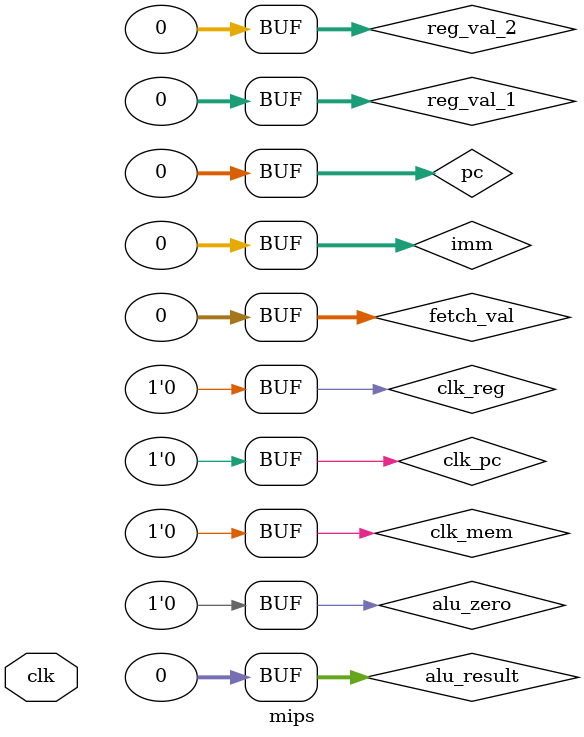
<source format=sv>
module mips (
    input logic clk
);
    logic clk_pc = 0;
    logic clk_reg = 0;
    logic clk_mem = 0;

    logic [31:0] pc = 'd0;
    logic [31:0] next_pc;

    logic [31:0] fetch_val = 'd0;

    logic write_reg;
    logic [11:0] alu_ctrl;

    logic [31:0] reg_val_1 = 0;
    logic [31:0] reg_val_2 = 0;

    logic [31:0] imm = 0;

    logic alu_zero = 0;
    logic [31:0] alu_result = 0;

    clk_gen clk_gen(.clk, .clk_pc, .clk_reg, .clk_mem);

    PC PC(.clk(clk_pc), .next(next_pc), .current(pc));

    pc_inc pc_inc(.current(pc), .next(next_pc));

    ROM ROM(.addr(pc), .val(fetch_val));

    decoder decoder(
        .opcode(fetch_val[31:26]), 
        .func(fetch_val[5:0]), 
        .write_reg,
        .alu_ctrl
    );

    reg_file reg_file(
        .clk(clk_reg),
        .write_enable_3(write_reg),
        .sel_1(fetch_val[25:21]),
        .sel_2(fetch_val[20:16]),
        .sel_3(fetch_val[20:16]),
        .val_1(reg_val_1),
        .val_2(reg_val_2),
        .val_3(alu_result)
    );

    sign_ext sign_ext(.org_val(fetch_val[15:0]), .val(imm));

    ALU ALU(.ctrl(alu_ctrl), .src1(reg_val_1), .src2(imm), .zero(alu_zero), .result(alu_result));
endmodule
</source>
